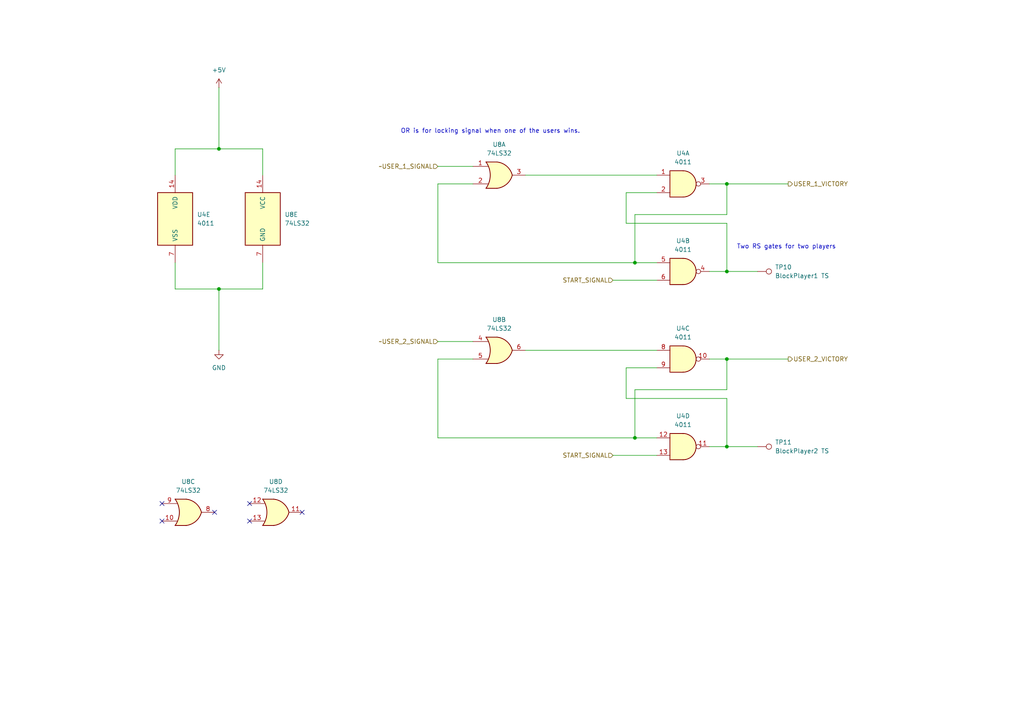
<source format=kicad_sch>
(kicad_sch (version 20231120) (generator "eeschema") (generator_version "8.0")
  (paper "A4")
  (lib_symbols
    (symbol "4xxx:4011" (pin_names (offset 1.016))
      (property "Reference" "U" (at 0 1.27 0))
      (property "Value" "4011" (at 0 -1.27 0))
      (symbol "4011_1_1"
        (arc (start 0 -3.81) (mid 3.7934 0) (end 0 3.81) (stroke (width 0.254)) (fill (type background)))
        (polyline (pts (xy 0 3.81) (xy -3.81 3.81) (xy -3.81 -3.81) (xy 0 -3.81)) (stroke (width 0.254)) (fill (type background)))
        (pin input line (at -7.62 2.54 0) (length 3.81) (name "~") (number "1"))
        (pin input line (at -7.62 -2.54 0) (length 3.81) (name "~") (number "2"))
        (pin output inverted (at 7.62 0 180) (length 3.81) (name "~") (number "3"))
      )
      (symbol "4011_1_2"
        (arc (start -3.81 -3.81) (mid -2.589 0) (end -3.81 3.81) (stroke (width 0.254)))
        (arc (start -0.6096 -3.81) (mid 2.1842 -2.5851) (end 3.81 0) (stroke (width 0.254)) (fill (type background)))
        (polyline (pts (xy -3.81 -3.81) (xy -0.635 -3.81)) (stroke (width 0.254)) (fill (type background)))
        (polyline (pts (xy -3.81 3.81) (xy -0.635 3.81)) (stroke (width 0.254)) (fill (type background)))
        (polyline (pts (xy -0.635 3.81) (xy -3.81 3.81) (xy -3.81 3.81) (xy -3.556 3.4036) (xy -3.0226 2.2606) (xy -2.6924 1.0414) (xy -2.6162 -0.254) (xy -2.7686 -1.4986) (xy -3.175 -2.7178) (xy -3.81 -3.81) (xy -3.81 -3.81) (xy -0.635 -3.81)) (stroke (width -25.4)) (fill (type background)))
        (arc (start 3.81 0) (mid 2.1915 2.5936) (end -0.6096 3.81) (stroke (width 0.254)) (fill (type background)))
        (pin input inverted (at -7.62 2.54 0) (length 4.318) (name "~") (number "1"))
        (pin input inverted (at -7.62 -2.54 0) (length 4.318) (name "~") (number "2"))
        (pin output line (at 7.62 0 180) (length 3.81) (name "~") (number "3"))
      )
      (symbol "4011_2_1"
        (arc (start 0 -3.81) (mid 3.7934 0) (end 0 3.81) (stroke (width 0.254)) (fill (type background)))
        (polyline (pts (xy 0 3.81) (xy -3.81 3.81) (xy -3.81 -3.81) (xy 0 -3.81)) (stroke (width 0.254)) (fill (type background)))
        (pin output inverted (at 7.62 0 180) (length 3.81) (name "~") (number "4"))
        (pin input line (at -7.62 2.54 0) (length 3.81) (name "~") (number "5"))
        (pin input line (at -7.62 -2.54 0) (length 3.81) (name "~") (number "6"))
      )
      (symbol "4011_2_2"
        (arc (start -3.81 -3.81) (mid -2.589 0) (end -3.81 3.81) (stroke (width 0.254)))
        (arc (start -0.6096 -3.81) (mid 2.1842 -2.5851) (end 3.81 0) (stroke (width 0.254)) (fill (type background)))
        (polyline (pts (xy -3.81 -3.81) (xy -0.635 -3.81)) (stroke (width 0.254)) (fill (type background)))
        (polyline (pts (xy -3.81 3.81) (xy -0.635 3.81)) (stroke (width 0.254)) (fill (type background)))
        (polyline (pts (xy -0.635 3.81) (xy -3.81 3.81) (xy -3.81 3.81) (xy -3.556 3.4036) (xy -3.0226 2.2606) (xy -2.6924 1.0414) (xy -2.6162 -0.254) (xy -2.7686 -1.4986) (xy -3.175 -2.7178) (xy -3.81 -3.81) (xy -3.81 -3.81) (xy -0.635 -3.81)) (stroke (width -25.4)) (fill (type background)))
        (arc (start 3.81 0) (mid 2.1915 2.5936) (end -0.6096 3.81) (stroke (width 0.254)) (fill (type background)))
        (pin output line (at 7.62 0 180) (length 3.81) (name "~") (number "4"))
        (pin input inverted (at -7.62 2.54 0) (length 4.318) (name "~") (number "5"))
        (pin input inverted (at -7.62 -2.54 0) (length 4.318) (name "~") (number "6"))
      )
      (symbol "4011_3_1"
        (arc (start 0 -3.81) (mid 3.7934 0) (end 0 3.81) (stroke (width 0.254)) (fill (type background)))
        (polyline (pts (xy 0 3.81) (xy -3.81 3.81) (xy -3.81 -3.81) (xy 0 -3.81)) (stroke (width 0.254)) (fill (type background)))
        (pin output inverted (at 7.62 0 180) (length 3.81) (name "~") (number "10"))
        (pin input line (at -7.62 2.54 0) (length 3.81) (name "~") (number "8"))
        (pin input line (at -7.62 -2.54 0) (length 3.81) (name "~") (number "9"))
      )
      (symbol "4011_3_2"
        (arc (start -3.81 -3.81) (mid -2.589 0) (end -3.81 3.81) (stroke (width 0.254)))
        (arc (start -0.6096 -3.81) (mid 2.1842 -2.5851) (end 3.81 0) (stroke (width 0.254)) (fill (type background)))
        (polyline (pts (xy -3.81 -3.81) (xy -0.635 -3.81)) (stroke (width 0.254)) (fill (type background)))
        (polyline (pts (xy -3.81 3.81) (xy -0.635 3.81)) (stroke (width 0.254)) (fill (type background)))
        (polyline (pts (xy -0.635 3.81) (xy -3.81 3.81) (xy -3.81 3.81) (xy -3.556 3.4036) (xy -3.0226 2.2606) (xy -2.6924 1.0414) (xy -2.6162 -0.254) (xy -2.7686 -1.4986) (xy -3.175 -2.7178) (xy -3.81 -3.81) (xy -3.81 -3.81) (xy -0.635 -3.81)) (stroke (width -25.4)) (fill (type background)))
        (arc (start 3.81 0) (mid 2.1915 2.5936) (end -0.6096 3.81) (stroke (width 0.254)) (fill (type background)))
        (pin output line (at 7.62 0 180) (length 3.81) (name "~") (number "10"))
        (pin input inverted (at -7.62 2.54 0) (length 4.318) (name "~") (number "8"))
        (pin input inverted (at -7.62 -2.54 0) (length 4.318) (name "~") (number "9"))
      )
      (symbol "4011_4_1"
        (arc (start 0 -3.81) (mid 3.7934 0) (end 0 3.81) (stroke (width 0.254)) (fill (type background)))
        (polyline (pts (xy 0 3.81) (xy -3.81 3.81) (xy -3.81 -3.81) (xy 0 -3.81)) (stroke (width 0.254)) (fill (type background)))
        (pin output inverted (at 7.62 0 180) (length 3.81) (name "~") (number "11"))
        (pin input line (at -7.62 2.54 0) (length 3.81) (name "~") (number "12"))
        (pin input line (at -7.62 -2.54 0) (length 3.81) (name "~") (number "13"))
      )
      (symbol "4011_4_2"
        (arc (start -3.81 -3.81) (mid -2.589 0) (end -3.81 3.81) (stroke (width 0.254)))
        (arc (start -0.6096 -3.81) (mid 2.1842 -2.5851) (end 3.81 0) (stroke (width 0.254)) (fill (type background)))
        (polyline (pts (xy -3.81 -3.81) (xy -0.635 -3.81)) (stroke (width 0.254)) (fill (type background)))
        (polyline (pts (xy -3.81 3.81) (xy -0.635 3.81)) (stroke (width 0.254)) (fill (type background)))
        (polyline (pts (xy -0.635 3.81) (xy -3.81 3.81) (xy -3.81 3.81) (xy -3.556 3.4036) (xy -3.0226 2.2606) (xy -2.6924 1.0414) (xy -2.6162 -0.254) (xy -2.7686 -1.4986) (xy -3.175 -2.7178) (xy -3.81 -3.81) (xy -3.81 -3.81) (xy -0.635 -3.81)) (stroke (width -25.4)) (fill (type background)))
        (arc (start 3.81 0) (mid 2.1915 2.5936) (end -0.6096 3.81) (stroke (width 0.254)) (fill (type background)))
        (pin output line (at 7.62 0 180) (length 3.81) (name "~") (number "11"))
        (pin input inverted (at -7.62 2.54 0) (length 4.318) (name "~") (number "12"))
        (pin input inverted (at -7.62 -2.54 0) (length 4.318) (name "~") (number "13"))
      )
      (symbol "4011_5_0"
        (pin power_in line (at 0 12.7 270) (length 5.08) (name "VDD") (number "14"))
        (pin power_in line (at 0 -12.7 90) (length 5.08) (name "VSS") (number "7"))
      )
      (symbol "4011_5_1"
        (rectangle (start -5.08 7.62) (end 5.08 -7.62) (stroke (width 0.254)) (fill (type background)))
      )
    )
    (symbol "74xx:74LS32" (pin_names (offset 1.016))
      (property "Reference" "U" (at 0 1.27 0))
      (property "Value" "74LS32" (at 0 -1.27 0))
      (symbol "74LS32_1_1"
        (arc (start -3.81 -3.81) (mid -2.589 0) (end -3.81 3.81) (stroke (width 0.254)))
        (arc (start -0.6096 -3.81) (mid 2.1842 -2.5851) (end 3.81 0) (stroke (width 0.254)) (fill (type background)))
        (polyline (pts (xy -3.81 -3.81) (xy -0.635 -3.81)) (stroke (width 0.254)) (fill (type background)))
        (polyline (pts (xy -3.81 3.81) (xy -0.635 3.81)) (stroke (width 0.254)) (fill (type background)))
        (polyline (pts (xy -0.635 3.81) (xy -3.81 3.81) (xy -3.81 3.81) (xy -3.556 3.4036) (xy -3.0226 2.2606) (xy -2.6924 1.0414) (xy -2.6162 -0.254) (xy -2.7686 -1.4986) (xy -3.175 -2.7178) (xy -3.81 -3.81) (xy -3.81 -3.81) (xy -0.635 -3.81)) (stroke (width -25.4)) (fill (type background)))
        (arc (start 3.81 0) (mid 2.1915 2.5936) (end -0.6096 3.81) (stroke (width 0.254)) (fill (type background)))
        (pin input line (at -7.62 2.54 0) (length 4.318) (name "~") (number "1"))
        (pin input line (at -7.62 -2.54 0) (length 4.318) (name "~") (number "2"))
        (pin output line (at 7.62 0 180) (length 3.81) (name "~") (number "3"))
      )
      (symbol "74LS32_1_2"
        (arc (start 0 -3.81) (mid 3.7934 0) (end 0 3.81) (stroke (width 0.254)) (fill (type background)))
        (polyline (pts (xy 0 3.81) (xy -3.81 3.81) (xy -3.81 -3.81) (xy 0 -3.81)) (stroke (width 0.254)) (fill (type background)))
        (pin input inverted (at -7.62 2.54 0) (length 3.81) (name "~") (number "1"))
        (pin input inverted (at -7.62 -2.54 0) (length 3.81) (name "~") (number "2"))
        (pin output inverted (at 7.62 0 180) (length 3.81) (name "~") (number "3"))
      )
      (symbol "74LS32_2_1"
        (arc (start -3.81 -3.81) (mid -2.589 0) (end -3.81 3.81) (stroke (width 0.254)))
        (arc (start -0.6096 -3.81) (mid 2.1842 -2.5851) (end 3.81 0) (stroke (width 0.254)) (fill (type background)))
        (polyline (pts (xy -3.81 -3.81) (xy -0.635 -3.81)) (stroke (width 0.254)) (fill (type background)))
        (polyline (pts (xy -3.81 3.81) (xy -0.635 3.81)) (stroke (width 0.254)) (fill (type background)))
        (polyline (pts (xy -0.635 3.81) (xy -3.81 3.81) (xy -3.81 3.81) (xy -3.556 3.4036) (xy -3.0226 2.2606) (xy -2.6924 1.0414) (xy -2.6162 -0.254) (xy -2.7686 -1.4986) (xy -3.175 -2.7178) (xy -3.81 -3.81) (xy -3.81 -3.81) (xy -0.635 -3.81)) (stroke (width -25.4)) (fill (type background)))
        (arc (start 3.81 0) (mid 2.1915 2.5936) (end -0.6096 3.81) (stroke (width 0.254)) (fill (type background)))
        (pin input line (at -7.62 2.54 0) (length 4.318) (name "~") (number "4"))
        (pin input line (at -7.62 -2.54 0) (length 4.318) (name "~") (number "5"))
        (pin output line (at 7.62 0 180) (length 3.81) (name "~") (number "6"))
      )
      (symbol "74LS32_2_2"
        (arc (start 0 -3.81) (mid 3.7934 0) (end 0 3.81) (stroke (width 0.254)) (fill (type background)))
        (polyline (pts (xy 0 3.81) (xy -3.81 3.81) (xy -3.81 -3.81) (xy 0 -3.81)) (stroke (width 0.254)) (fill (type background)))
        (pin input inverted (at -7.62 2.54 0) (length 3.81) (name "~") (number "4"))
        (pin input inverted (at -7.62 -2.54 0) (length 3.81) (name "~") (number "5"))
        (pin output inverted (at 7.62 0 180) (length 3.81) (name "~") (number "6"))
      )
      (symbol "74LS32_3_1"
        (arc (start -3.81 -3.81) (mid -2.589 0) (end -3.81 3.81) (stroke (width 0.254)))
        (arc (start -0.6096 -3.81) (mid 2.1842 -2.5851) (end 3.81 0) (stroke (width 0.254)) (fill (type background)))
        (polyline (pts (xy -3.81 -3.81) (xy -0.635 -3.81)) (stroke (width 0.254)) (fill (type background)))
        (polyline (pts (xy -3.81 3.81) (xy -0.635 3.81)) (stroke (width 0.254)) (fill (type background)))
        (polyline (pts (xy -0.635 3.81) (xy -3.81 3.81) (xy -3.81 3.81) (xy -3.556 3.4036) (xy -3.0226 2.2606) (xy -2.6924 1.0414) (xy -2.6162 -0.254) (xy -2.7686 -1.4986) (xy -3.175 -2.7178) (xy -3.81 -3.81) (xy -3.81 -3.81) (xy -0.635 -3.81)) (stroke (width -25.4)) (fill (type background)))
        (arc (start 3.81 0) (mid 2.1915 2.5936) (end -0.6096 3.81) (stroke (width 0.254)) (fill (type background)))
        (pin input line (at -7.62 -2.54 0) (length 4.318) (name "~") (number "10"))
        (pin output line (at 7.62 0 180) (length 3.81) (name "~") (number "8"))
        (pin input line (at -7.62 2.54 0) (length 4.318) (name "~") (number "9"))
      )
      (symbol "74LS32_3_2"
        (arc (start 0 -3.81) (mid 3.7934 0) (end 0 3.81) (stroke (width 0.254)) (fill (type background)))
        (polyline (pts (xy 0 3.81) (xy -3.81 3.81) (xy -3.81 -3.81) (xy 0 -3.81)) (stroke (width 0.254)) (fill (type background)))
        (pin input inverted (at -7.62 -2.54 0) (length 3.81) (name "~") (number "10"))
        (pin output inverted (at 7.62 0 180) (length 3.81) (name "~") (number "8"))
        (pin input inverted (at -7.62 2.54 0) (length 3.81) (name "~") (number "9"))
      )
      (symbol "74LS32_4_1"
        (arc (start -3.81 -3.81) (mid -2.589 0) (end -3.81 3.81) (stroke (width 0.254)))
        (arc (start -0.6096 -3.81) (mid 2.1842 -2.5851) (end 3.81 0) (stroke (width 0.254)) (fill (type background)))
        (polyline (pts (xy -3.81 -3.81) (xy -0.635 -3.81)) (stroke (width 0.254)) (fill (type background)))
        (polyline (pts (xy -3.81 3.81) (xy -0.635 3.81)) (stroke (width 0.254)) (fill (type background)))
        (polyline (pts (xy -0.635 3.81) (xy -3.81 3.81) (xy -3.81 3.81) (xy -3.556 3.4036) (xy -3.0226 2.2606) (xy -2.6924 1.0414) (xy -2.6162 -0.254) (xy -2.7686 -1.4986) (xy -3.175 -2.7178) (xy -3.81 -3.81) (xy -3.81 -3.81) (xy -0.635 -3.81)) (stroke (width -25.4)) (fill (type background)))
        (arc (start 3.81 0) (mid 2.1915 2.5936) (end -0.6096 3.81) (stroke (width 0.254)) (fill (type background)))
        (pin output line (at 7.62 0 180) (length 3.81) (name "~") (number "11"))
        (pin input line (at -7.62 2.54 0) (length 4.318) (name "~") (number "12"))
        (pin input line (at -7.62 -2.54 0) (length 4.318) (name "~") (number "13"))
      )
      (symbol "74LS32_4_2"
        (arc (start 0 -3.81) (mid 3.7934 0) (end 0 3.81) (stroke (width 0.254)) (fill (type background)))
        (polyline (pts (xy 0 3.81) (xy -3.81 3.81) (xy -3.81 -3.81) (xy 0 -3.81)) (stroke (width 0.254)) (fill (type background)))
        (pin output inverted (at 7.62 0 180) (length 3.81) (name "~") (number "11"))
        (pin input inverted (at -7.62 2.54 0) (length 3.81) (name "~") (number "12"))
        (pin input inverted (at -7.62 -2.54 0) (length 3.81) (name "~") (number "13"))
      )
      (symbol "74LS32_5_0"
        (pin power_in line (at 0 12.7 270) (length 5.08) (name "VCC") (number "14"))
        (pin power_in line (at 0 -12.7 90) (length 5.08) (name "GND") (number "7"))
      )
      (symbol "74LS32_5_1"
        (rectangle (start -5.08 7.62) (end 5.08 -7.62) (stroke (width 0.254)) (fill (type background)))
      )
    )
    (symbol "Connector:TestPoint" (pin_numbers hide) (pin_names (offset 0.762) hide)
      (property "Reference" "TP" (at 0 6.858 0))
      (property "Value" "TestPoint" (at 0 5.08 0))
      (symbol "TestPoint_0_1"
        (circle (center 0 3.302) (radius 0.762))
      )
      (symbol "TestPoint_1_1"
        (pin passive line (at 0 0 90) (length 2.54) (name "1") (number "1"))
      )
    )
    (symbol "power:+5V" (power) (pin_numbers hide) (pin_names (offset 0) hide)
      (property "Value" "+5V" (at 0 3.556 0))
      (symbol "+5V_0_1"
        (polyline (pts (xy -0.762 1.27) (xy 0 2.54)))
        (polyline (pts (xy 0 0) (xy 0 2.54)))
        (polyline (pts (xy 0 2.54) (xy 0.762 1.27)))
      )
      (symbol "+5V_1_1"
        (pin power_in line (at 0 0 90) (length 0) (name "~") (number "1"))
      )
    )
    (symbol "power:GND" (power) (pin_numbers hide) (pin_names (offset 0) hide)
      (property "Value" "GND" (at 0 -3.81 0))
      (symbol "GND_0_1"
        (polyline (pts (xy 0 0) (xy 0 -1.27) (xy 1.27 -1.27) (xy 0 -2.54) (xy -1.27 -1.27) (xy 0 -1.27)))
      )
      (symbol "GND_1_1"
        (pin power_in line (at 0 0 270) (length 0) (name "~") (number "1"))
      )
    )
  )
  (junction (at 210.82 104.14))
  (junction (at 210.82 129.54))
  (junction (at 210.82 78.74))
  (junction (at 184.15 76.2))
  (junction (at 63.5 83.82))
  (junction (at 63.5 43.18))
  (junction (at 184.15 127))
  (junction (at 210.82 53.34))
  (no_connect (at 87.63 148.59))
  (no_connect (at 72.39 146.05))
  (no_connect (at 46.99 146.05))
  (no_connect (at 72.39 151.13))
  (no_connect (at 62.23 148.59))
  (no_connect (at 46.99 151.13))
  (wire (pts (xy 210.82 53.34) (xy 228.6 53.34)))
  (wire (pts (xy 228.6 104.14) (xy 210.82 104.14)))
  (wire (pts (xy 50.8 43.18) (xy 63.5 43.18)))
  (wire (pts (xy 210.82 104.14) (xy 205.74 104.14)))
  (wire (pts (xy 63.5 43.18) (xy 76.2 43.18)))
  (wire (pts (xy 184.15 127) (xy 127 127)))
  (wire (pts (xy 181.61 55.88) (xy 190.5 55.88)))
  (wire (pts (xy 127 53.34) (xy 137.16 53.34)))
  (wire (pts (xy 210.82 129.54) (xy 219.71 129.54)))
  (wire (pts (xy 127 76.2) (xy 127 53.34)))
  (wire (pts (xy 152.4 50.8) (xy 190.5 50.8)))
  (wire (pts (xy 210.82 129.54) (xy 210.82 115.57)))
  (wire (pts (xy 50.8 83.82) (xy 63.5 83.82)))
  (wire (pts (xy 190.5 127) (xy 184.15 127)))
  (wire (pts (xy 184.15 113.03) (xy 184.15 127)))
  (wire (pts (xy 210.82 78.74) (xy 210.82 64.77)))
  (wire (pts (xy 181.61 106.68) (xy 190.5 106.68)))
  (wire (pts (xy 63.5 25.4) (xy 63.5 43.18)))
  (wire (pts (xy 177.8 81.28) (xy 190.5 81.28)))
  (wire (pts (xy 181.61 115.57) (xy 181.61 106.68)))
  (wire (pts (xy 210.82 53.34) (xy 205.74 53.34)))
  (wire (pts (xy 210.82 62.23) (xy 210.82 53.34)))
  (wire (pts (xy 127 99.06) (xy 137.16 99.06)))
  (wire (pts (xy 152.4 101.6) (xy 190.5 101.6)))
  (wire (pts (xy 190.5 76.2) (xy 184.15 76.2)))
  (wire (pts (xy 63.5 83.82) (xy 63.5 101.6)))
  (wire (pts (xy 127 104.14) (xy 137.16 104.14)))
  (wire (pts (xy 210.82 104.14) (xy 210.82 113.03)))
  (wire (pts (xy 76.2 83.82) (xy 76.2 76.2)))
  (wire (pts (xy 127 48.26) (xy 137.16 48.26)))
  (wire (pts (xy 210.82 64.77) (xy 181.61 64.77)))
  (wire (pts (xy 210.82 78.74) (xy 219.71 78.74)))
  (wire (pts (xy 184.15 76.2) (xy 127 76.2)))
  (wire (pts (xy 184.15 62.23) (xy 184.15 76.2)))
  (wire (pts (xy 50.8 76.2) (xy 50.8 83.82)))
  (wire (pts (xy 177.8 132.08) (xy 190.5 132.08)))
  (wire (pts (xy 63.5 83.82) (xy 76.2 83.82)))
  (wire (pts (xy 205.74 78.74) (xy 210.82 78.74)))
  (wire (pts (xy 184.15 113.03) (xy 210.82 113.03)))
  (wire (pts (xy 76.2 43.18) (xy 76.2 50.8)))
  (wire (pts (xy 205.74 129.54) (xy 210.82 129.54)))
  (wire (pts (xy 181.61 64.77) (xy 181.61 55.88)))
  (wire (pts (xy 127 127) (xy 127 104.14)))
  (wire (pts (xy 50.8 50.8) (xy 50.8 43.18)))
  (wire (pts (xy 184.15 62.23) (xy 210.82 62.23)))
  (wire (pts (xy 210.82 115.57) (xy 181.61 115.57)))
  (text "OR is for locking signal when one of the users wins." (at 142.24 38.1 0) (effects (font (size 1.27 1.27))))
  (text "Two RS gates for two players" (at 228.092 71.628 0) (effects (font (size 1.27 1.27))))
  (hierarchical_label "~USER_1_SIGNAL" (shape input) (at 127 48.26 180))
  (hierarchical_label "START_SIGNAL" (shape input) (at 177.8 132.08 180))
  (hierarchical_label "~USER_2_SIGNAL" (shape input) (at 127 99.06 180))
  (hierarchical_label "USER_1_VICTORY" (shape output) (at 228.6 53.34 0))
  (hierarchical_label "USER_2_VICTORY" (shape output) (at 228.6 104.14 0))
  (hierarchical_label "START_SIGNAL" (shape input) (at 177.8 81.28 180))
  (symbol (lib_id "4xxx:4011") (at 198.12 78.74 0) (unit 2)
    (property "Reference" "U4" (at 198.1117 69.85 0))
    (property "Value" "4011" (at 198.1117 72.39 0))
    (property "Footprint" "Package_DIP:DIP-14_W7.62mm" (effects (hide yes)))
    (property "Datasheet" "http://www.intersil.com/content/dam/Intersil/documents/cd40/cd4011bms-12bms-23bms.pdf" (effects (hide yes)))
    (property "Description" "Quad Nand 2 inputs" (effects (hide yes)))
  )
  (symbol (lib_id "74xx:74LS32") (at 80.01 148.59 0) (unit 4)
    (property "Reference" "U8" (at 80.01 139.7 0))
    (property "Value" "74LS32" (at 80.01 142.24 0))
    (property "Footprint" "Package_DIP:DIP-14_W7.62mm" (effects (hide yes)))
    (property "Datasheet" "http://www.ti.com/lit/gpn/sn74LS32" (effects (hide yes)))
    (property "Description" "Quad 2-input OR" (effects (hide yes)))
  )
  (symbol (lib_id "74xx:74LS32") (at 144.78 50.8 0) (unit 1)
    (property "Reference" "U8" (at 144.78 41.91 0))
    (property "Value" "74LS32" (at 144.78 44.45 0))
    (property "Footprint" "Package_DIP:DIP-14_W7.62mm" (effects (hide yes)))
    (property "Datasheet" "http://www.ti.com/lit/gpn/sn74LS32" (effects (hide yes)))
    (property "Description" "Quad 2-input OR" (effects (hide yes)))
  )
  (symbol (lib_id "4xxx:4011") (at 198.12 104.14 0) (unit 3)
    (property "Reference" "U4" (at 198.1117 95.25 0))
    (property "Value" "4011" (at 198.1117 97.79 0))
    (property "Footprint" "Package_DIP:DIP-14_W7.62mm" (effects (hide yes)))
    (property "Datasheet" "http://www.intersil.com/content/dam/Intersil/documents/cd40/cd4011bms-12bms-23bms.pdf" (effects (hide yes)))
    (property "Description" "Quad Nand 2 inputs" (effects (hide yes)))
  )
  (symbol (lib_id "74xx:74LS32") (at 144.78 101.6 0) (unit 2)
    (property "Reference" "U8" (at 144.78 92.71 0))
    (property "Value" "74LS32" (at 144.78 95.25 0))
    (property "Footprint" "Package_DIP:DIP-14_W7.62mm" (effects (hide yes)))
    (property "Datasheet" "http://www.ti.com/lit/gpn/sn74LS32" (effects (hide yes)))
    (property "Description" "Quad 2-input OR" (effects (hide yes)))
  )
  (symbol (lib_id "4xxx:4011") (at 198.12 129.54 0) (unit 4)
    (property "Reference" "U4" (at 198.1117 120.65 0))
    (property "Value" "4011" (at 198.1117 123.19 0))
    (property "Footprint" "Package_DIP:DIP-14_W7.62mm" (effects (hide yes)))
    (property "Datasheet" "http://www.intersil.com/content/dam/Intersil/documents/cd40/cd4011bms-12bms-23bms.pdf" (effects (hide yes)))
    (property "Description" "Quad Nand 2 inputs" (effects (hide yes)))
  )
  (symbol (lib_id "Connector:TestPoint") (at 219.71 78.74 270) (unit 1)
    (property "Reference" "TP10" (at 224.79 77.4699 90) (effects (justify left)))
    (property "Value" "BlockPlayer1 TS" (at 224.79 80.0099 90) (effects (justify left)))
    (property "Footprint" "Connector_PinHeader_2.54mm:PinHeader_1x01_P2.54mm_Vertical" (effects (hide yes)))
    (property "Description" "test point" (effects (hide yes)))
  )
  (symbol (lib_id "Connector:TestPoint") (at 219.71 129.54 270) (unit 1)
    (property "Reference" "TP11" (at 224.79 128.2699 90) (effects (justify left)))
    (property "Value" "BlockPlayer2 TS" (at 224.79 130.8099 90) (effects (justify left)))
    (property "Footprint" "Connector_PinHeader_2.54mm:PinHeader_1x01_P2.54mm_Vertical" (effects (hide yes)))
    (property "Description" "test point" (effects (hide yes)))
  )
  (symbol (lib_id "74xx:74LS32") (at 76.2 63.5 0) (unit 5)
    (property "Reference" "U8" (at 82.55 62.2299 0) (effects (justify left)))
    (property "Value" "74LS32" (at 82.55 64.7699 0) (effects (justify left)))
    (property "Footprint" "Package_DIP:DIP-14_W7.62mm" (effects (hide yes)))
    (property "Datasheet" "http://www.ti.com/lit/gpn/sn74LS32" (effects (hide yes)))
    (property "Description" "Quad 2-input OR" (effects (hide yes)))
  )
  (symbol (lib_id "power:+5V") (at 63.5 25.4 0) (unit 1)
    (property "Reference" "#PWR014" (effects (hide yes)))
    (property "Value" "+5V" (at 63.5 20.32 0))
    (property "Description" "Power symbol creates a global label with name \"+5V\"" (effects (hide yes)))
  )
  (symbol (lib_id "4xxx:4011") (at 50.8 63.5 0) (unit 5)
    (property "Reference" "U4" (at 57.15 62.2299 0) (effects (justify left)))
    (property "Value" "4011" (at 57.15 64.7699 0) (effects (justify left)))
    (property "Footprint" "Package_DIP:DIP-14_W7.62mm" (effects (hide yes)))
    (property "Datasheet" "http://www.intersil.com/content/dam/Intersil/documents/cd40/cd4011bms-12bms-23bms.pdf" (effects (hide yes)))
    (property "Description" "Quad Nand 2 inputs" (effects (hide yes)))
  )
  (symbol (lib_id "power:GND") (at 63.5 101.6 0) (unit 1)
    (property "Reference" "#PWR015" (effects (hide yes)))
    (property "Value" "GND" (at 63.5 106.68 0))
    (property "Description" "Power symbol creates a global label with name \"GND\" , ground" (effects (hide yes)))
  )
  (symbol (lib_id "4xxx:4011") (at 198.12 53.34 0) (unit 1)
    (property "Reference" "U4" (at 198.1117 44.45 0))
    (property "Value" "4011" (at 198.1117 46.99 0))
    (property "Footprint" "Package_DIP:DIP-14_W7.62mm" (effects (hide yes)))
    (property "Datasheet" "http://www.intersil.com/content/dam/Intersil/documents/cd40/cd4011bms-12bms-23bms.pdf" (effects (hide yes)))
    (property "Description" "Quad Nand 2 inputs" (effects (hide yes)))
  )
  (symbol (lib_id "74xx:74LS32") (at 54.61 148.59 0) (unit 3)
    (property "Reference" "U8" (at 54.61 139.7 0))
    (property "Value" "74LS32" (at 54.61 142.24 0))
    (property "Footprint" "Package_DIP:DIP-14_W7.62mm" (effects (hide yes)))
    (property "Datasheet" "http://www.ti.com/lit/gpn/sn74LS32" (effects (hide yes)))
    (property "Description" "Quad 2-input OR" (effects (hide yes)))
  )
)
</source>
